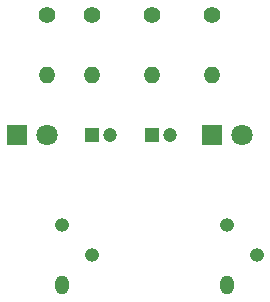
<source format=gbr>
%TF.GenerationSoftware,KiCad,Pcbnew,(5.1.12)-1*%
%TF.CreationDate,2023-08-26T20:17:23+05:30*%
%TF.ProjectId,flasher,666c6173-6865-4722-9e6b-696361645f70,rev?*%
%TF.SameCoordinates,Original*%
%TF.FileFunction,Soldermask,Top*%
%TF.FilePolarity,Negative*%
%FSLAX46Y46*%
G04 Gerber Fmt 4.6, Leading zero omitted, Abs format (unit mm)*
G04 Created by KiCad (PCBNEW (5.1.12)-1) date 2023-08-26 20:17:23*
%MOMM*%
%LPD*%
G01*
G04 APERTURE LIST*
%ADD10O,1.400000X1.400000*%
%ADD11C,1.400000*%
%ADD12O,1.200000X1.200000*%
%ADD13O,1.200000X1.600000*%
%ADD14C,1.800000*%
%ADD15R,1.800000X1.800000*%
%ADD16C,1.200000*%
%ADD17R,1.200000X1.200000*%
G04 APERTURE END LIST*
D10*
%TO.C,R4*%
X149860000Y-90170000D03*
D11*
X149860000Y-85090000D03*
%TD*%
D10*
%TO.C,R3*%
X144780000Y-90170000D03*
D11*
X144780000Y-85090000D03*
%TD*%
D10*
%TO.C,R2*%
X139700000Y-90170000D03*
D11*
X139700000Y-85090000D03*
%TD*%
D10*
%TO.C,R1*%
X135890000Y-90170000D03*
D11*
X135890000Y-85090000D03*
%TD*%
D12*
%TO.C,Q2*%
X151130000Y-102870000D03*
X153670000Y-105410000D03*
D13*
X151130000Y-107950000D03*
%TD*%
D12*
%TO.C,Q1*%
X137160000Y-102870000D03*
X139700000Y-105410000D03*
D13*
X137160000Y-107950000D03*
%TD*%
D14*
%TO.C,D2*%
X152400000Y-95250000D03*
D15*
X149860000Y-95250000D03*
%TD*%
D14*
%TO.C,D1*%
X135890000Y-95250000D03*
D15*
X133350000Y-95250000D03*
%TD*%
D16*
%TO.C,C2*%
X146280000Y-95250000D03*
D17*
X144780000Y-95250000D03*
%TD*%
D16*
%TO.C,C1*%
X141200000Y-95250000D03*
D17*
X139700000Y-95250000D03*
%TD*%
M02*

</source>
